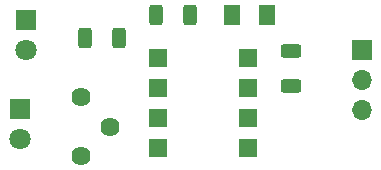
<source format=gbr>
%TF.GenerationSoftware,KiCad,Pcbnew,8.0.8*%
%TF.CreationDate,2025-01-25T13:23:04+05:30*%
%TF.ProjectId,ir sensor,69722073-656e-4736-9f72-2e6b69636164,rev?*%
%TF.SameCoordinates,Original*%
%TF.FileFunction,Soldermask,Top*%
%TF.FilePolarity,Negative*%
%FSLAX46Y46*%
G04 Gerber Fmt 4.6, Leading zero omitted, Abs format (unit mm)*
G04 Created by KiCad (PCBNEW 8.0.8) date 2025-01-25 13:23:04*
%MOMM*%
%LPD*%
G01*
G04 APERTURE LIST*
G04 Aperture macros list*
%AMRoundRect*
0 Rectangle with rounded corners*
0 $1 Rounding radius*
0 $2 $3 $4 $5 $6 $7 $8 $9 X,Y pos of 4 corners*
0 Add a 4 corners polygon primitive as box body*
4,1,4,$2,$3,$4,$5,$6,$7,$8,$9,$2,$3,0*
0 Add four circle primitives for the rounded corners*
1,1,$1+$1,$2,$3*
1,1,$1+$1,$4,$5*
1,1,$1+$1,$6,$7*
1,1,$1+$1,$8,$9*
0 Add four rect primitives between the rounded corners*
20,1,$1+$1,$2,$3,$4,$5,0*
20,1,$1+$1,$4,$5,$6,$7,0*
20,1,$1+$1,$6,$7,$8,$9,0*
20,1,$1+$1,$8,$9,$2,$3,0*%
G04 Aperture macros list end*
%ADD10R,1.600000X1.600000*%
%ADD11C,1.620000*%
%ADD12RoundRect,0.250000X0.312500X0.625000X-0.312500X0.625000X-0.312500X-0.625000X0.312500X-0.625000X0*%
%ADD13RoundRect,0.250000X-0.625000X0.312500X-0.625000X-0.312500X0.625000X-0.312500X0.625000X0.312500X0*%
%ADD14RoundRect,0.250001X0.462499X0.624999X-0.462499X0.624999X-0.462499X-0.624999X0.462499X-0.624999X0*%
%ADD15C,1.800000*%
%ADD16R,1.800000X1.800000*%
%ADD17R,1.700000X1.700000*%
%ADD18O,1.700000X1.700000*%
G04 APERTURE END LIST*
D10*
%TO.C,U1*%
X214190000Y-75190000D03*
X214190000Y-77730000D03*
X214190000Y-80270000D03*
X214190000Y-82810000D03*
X221810000Y-82810000D03*
X221810000Y-80270000D03*
X221810000Y-77730000D03*
X221810000Y-75190000D03*
%TD*%
D11*
%TO.C,RV1*%
X207675000Y-78500000D03*
X210175000Y-81000000D03*
X207675000Y-83500000D03*
%TD*%
D12*
%TO.C,R3*%
X216925000Y-71500000D03*
X214000000Y-71500000D03*
%TD*%
D13*
%TO.C,R2*%
X225500000Y-74575000D03*
X225500000Y-77500000D03*
%TD*%
D12*
%TO.C,R1*%
X210925000Y-73500000D03*
X208000000Y-73500000D03*
%TD*%
D14*
%TO.C,D3*%
X220500000Y-71500000D03*
X223475000Y-71500000D03*
%TD*%
D15*
%TO.C,D2*%
X203025000Y-74500000D03*
D16*
X203025000Y-71960000D03*
%TD*%
%TO.C,D1*%
X202500000Y-79460000D03*
D15*
X202500000Y-82000000D03*
%TD*%
D17*
%TO.C,J1*%
X231500000Y-74500000D03*
D18*
X231500000Y-77040000D03*
X231500000Y-79580000D03*
%TD*%
M02*

</source>
